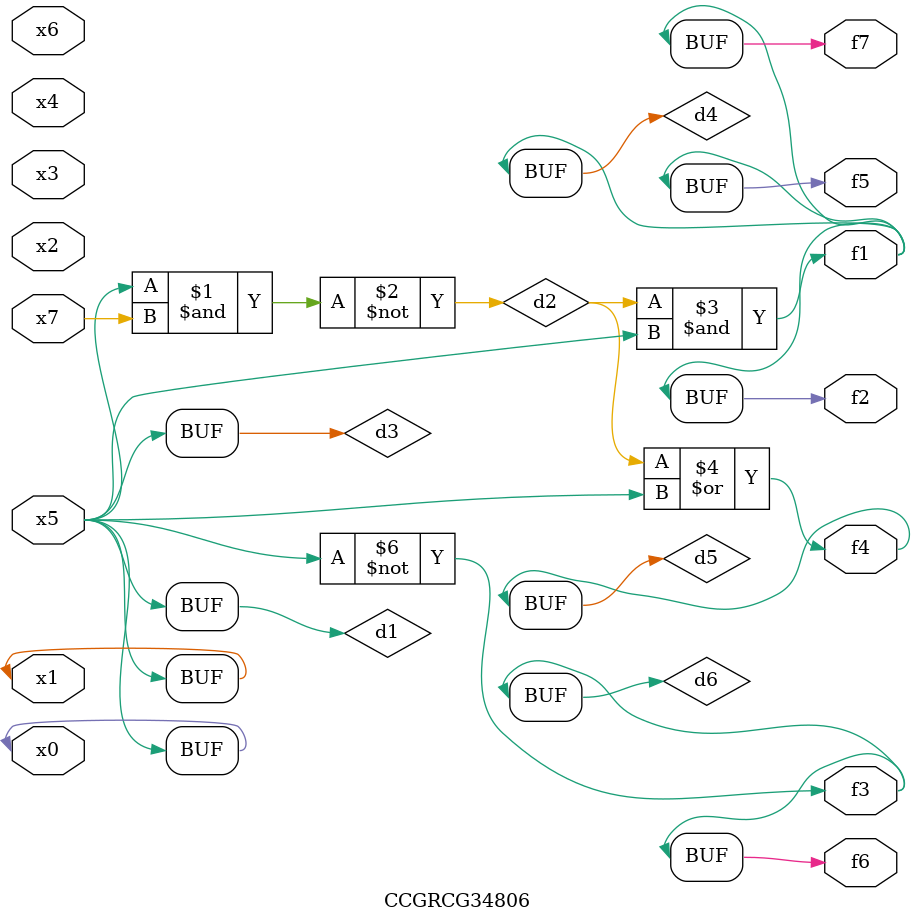
<source format=v>
module CCGRCG34806(
	input x0, x1, x2, x3, x4, x5, x6, x7,
	output f1, f2, f3, f4, f5, f6, f7
);

	wire d1, d2, d3, d4, d5, d6;

	buf (d1, x0, x5);
	nand (d2, x5, x7);
	buf (d3, x0, x1);
	and (d4, d2, d3);
	or (d5, d2, d3);
	nor (d6, d1, d3);
	assign f1 = d4;
	assign f2 = d4;
	assign f3 = d6;
	assign f4 = d5;
	assign f5 = d4;
	assign f6 = d6;
	assign f7 = d4;
endmodule

</source>
